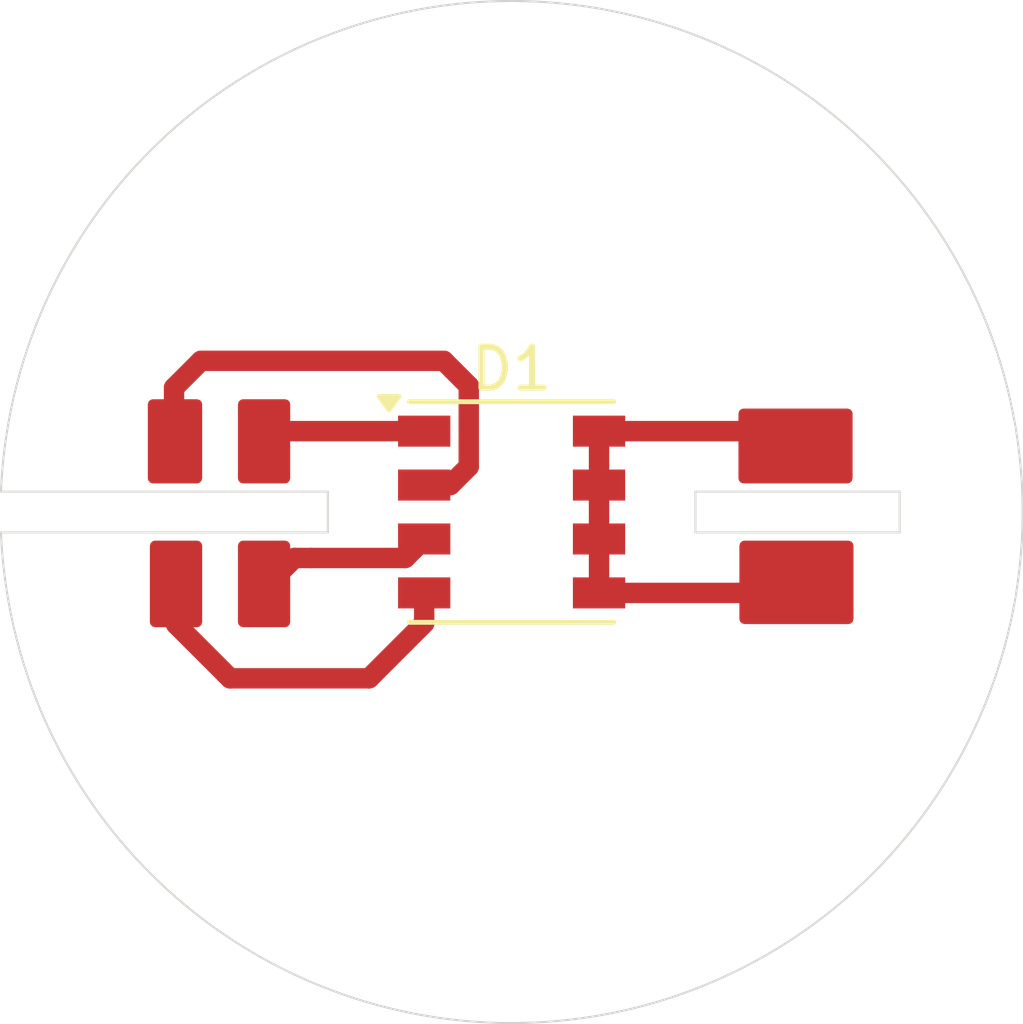
<source format=kicad_pcb>
(kicad_pcb (version 20241229) (generator "pcbnew") (generator_version "9.0")
  (layers (0 "F.Cu" signal) (2 "B.Cu" signal) (13 "F.Paste" user) (15 "B.Paste" user) (5 "F.SilkS" user "F.Silkscreen") (7 "B.SilkS" user "B.Silkscreen") (1 "F.Mask" user) (3 "B.Mask" user) (25 "Edge.Cuts" user))
  (net 0 "")
  (net 1 "/LED_B")
  (net 2 "/LED_G")
  (net 3 "/LED_W")
  (net 4 "/LED_R")
  (net 5 "+BATT")
  (footprint "parts:XL-5050RGBW" (layer "F.Cu") (at 146.392404 98.3996 180)
    (property "Reference" "D1" (at 0 3.5 0) (layer "F.SilkS"))
    (property "Value" "LED_RGBW")
    (fp_line (start 2.5 2.7) (end -2.5 2.7) (stroke (width 0.12)) (layer "F.SilkS"))
    (fp_line (start -2.5 -2.7) (end 2.5 -2.7) (stroke (width 0.12)) (layer "F.SilkS"))
    (fp_poly (pts (xy 3 2.5) (xy 3.24 2.83) (xy 2.76 2.83) (xy 3 2.5)) (stroke (width 0.12)) (fill yes) (layer "F.SilkS"))
    (pad "1" smd rect (at -2.14 -1.98 270) (size 0.76 1.28) (layers "F.Cu" "F.Mask" "F.Paste") (net 5 "+BATT"))
    (pad "2" smd rect (at -2.14 -0.66 270) (size 0.76 1.28) (layers "F.Cu" "F.Mask" "F.Paste") (net 5 "+BATT"))
    (pad "3" smd rect (at -2.14 0.66 270) (size 0.76 1.28) (layers "F.Cu" "F.Mask" "F.Paste") (net 5 "+BATT"))
    (pad "4" smd rect (at -2.14 1.98 270) (size 0.76 1.28) (layers "F.Cu" "F.Mask" "F.Paste") (net 5 "+BATT"))
    (pad "5" smd rect (at 2.14 -1.98 270) (size 0.76 1.28) (layers "F.Cu" "F.Mask" "F.Paste") (net 4 "/LED_R"))
    (pad "6" smd rect (at 2.14 -0.66 270) (size 0.76 1.28) (layers "F.Cu" "F.Mask" "F.Paste") (net 2 "/LED_G"))
    (pad "7" smd rect (at 2.14 0.66 270) (size 0.76 1.28) (layers "F.Cu" "F.Mask" "F.Paste") (net 1 "/LED_B"))
    (pad "8" smd rect (at 2.14 1.98 270) (size 0.76 1.28) (layers "F.Cu" "F.Mask" "F.Paste") (net 3 "/LED_W"))
  )
  (gr_line (start 133.892405 97.899601) (end 141.892404 97.899601) (stroke (width 0.05)) (layer "Edge.Cuts"))
  (gr_line (start 150.892404 97.8996) (end 155.892404 97.8996) (stroke (width 0.05)) (layer "Edge.Cuts"))
  (gr_line (start 155.892404 98.8996) (end 150.892404 98.8996) (stroke (width 0.05)) (layer "Edge.Cuts"))
  (gr_line (start 155.892404 97.8996) (end 155.892404 98.8996) (stroke (width 0.05)) (layer "Edge.Cuts"))
  (gr_line (start 141.892404 98.8996) (end 133.892404 98.8996) (stroke (width 0.05)) (layer "Edge.Cuts"))
  (gr_line (start 141.892404 97.899601) (end 141.892404 98.8996) (stroke (width 0.05)) (layer "Edge.Cuts"))
  (gr_arc (start 133.892404 97.899601) (mid 158.9024 98.3996) (end 133.892404 98.8996) (stroke (width 0.05)) (layer "Edge.Cuts"))
  (gr_line (start 150.892404 98.8996) (end 150.892404 97.8996) (stroke (width 0.05)) (layer "Edge.Cuts"))
  (segment (start 144.252404 97.7396) (end 144.891204 97.7396) (width 0.5) (layer "F.Cu") (net 1))
  (segment (start 145.343404 97.2874) (end 145.343404 95.3098) (width 0.5) (layer "F.Cu") (net 1))
  (segment (start 144.732004 94.6984) (end 138.788404 94.6984) (width 0.5) (layer "F.Cu") (net 1))
  (segment (start 138.788404 94.6984) (end 138.128004 95.3588) (width 0.5) (layer "F.Cu") (net 1))
  (segment (start 144.891204 97.7396) (end 145.343404 97.2874) (width 0.5) (layer "F.Cu") (net 1))
  (segment (start 145.343404 95.3098) (end 144.732004 94.6984) (width 0.5) (layer "F.Cu") (net 1))
  (segment (start 138.128004 95.3588) (end 138.128004 96.2732) (width 0.5) (layer "F.Cu") (net 1))
  (segment (start 141.480804 99.5244) (end 141.074404 99.5244) (width 0.5) (layer "F.Cu") (net 2))
  (segment (start 144.252404 99.0596) (end 143.787604 99.5244) (width 0.5) (layer "F.Cu") (net 2))
  (segment (start 143.787604 99.5244) (end 141.480804 99.5244) (width 0.5) (layer "F.Cu") (net 2))
  (segment (start 141.074404 99.5244) (end 140.312404 100.2864) (width 0.5) (layer "F.Cu") (net 2))
  (segment (start 144.252404 96.4196) (end 140.826404 96.4196) (width 0.5) (layer "F.Cu") (net 3))
  (segment (start 140.826404 96.4196) (end 140.312404 96.9336) (width 0.5) (layer "F.Cu") (net 3))
  (segment (start 142.903204 102.4708) (end 139.499604 102.4708) (width 0.5) (layer "F.Cu") (net 4))
  (segment (start 144.252404 100.3796) (end 144.252404 101.1216) (width 0.5) (layer "F.Cu") (net 4))
  (segment (start 139.499604 102.4708) (end 138.178804 101.15) (width 0.5) (layer "F.Cu") (net 4))
  (segment (start 138.178804 101.15) (end 138.178804 100.4896) (width 0.5) (layer "F.Cu") (net 4))
  (segment (start 144.252404 101.1216) (end 142.903204 102.4708) (width 0.5) (layer "F.Cu") (net 4))
  (segment (start 148.532404 96.4196) (end 148.532404 97.7396) (width 0.5) (layer "F.Cu") (net 5))
  (segment (start 148.532404 100.3796) (end 152.7568 100.3796) (width 0.5) (layer "F.Cu") (net 5))
  (segment (start 148.532404 100.3796) (end 148.532404 99.0596) (width 0.5) (layer "F.Cu") (net 5))
  (segment (start 148.532404 99.0596) (end 148.532404 97.7396) (width 0.5) (layer "F.Cu") (net 5))
  (segment (start 148.532404 96.4196) (end 153.158804 96.4196) (width 0.5) (layer "F.Cu") (net 5))
  (segment (start 153.158804 96.4196) (end 153.571204 96.832) (width 0.5) (layer "F.Cu") (net 5))
  (segment (start 152.7568 100.3796) (end 153.3779 99.7585) (width 0.5) (layer "F.Cu") (net 5))
  (zone (net 5) (net_name "+BATT") (layer "F.Cu") (priority 3) (connect_pads yes (clearance 0)) (min_thickness 0.25) (fill yes (thermal_gap 0.5) (thermal_bridge_width 0.5))
    (polygon (pts (xy 151.945604 95.8668) (xy 154.739604 95.8668) (xy 154.739604 98.0004) (xy 151.945604 98.0004)))
  )
  (zone (net 1) (net_name "/LED_B") (layer "F.Cu") (priority 4) (connect_pads (clearance 0)) (min_thickness 0.25) (fill yes (thermal_gap 0.5) (thermal_bridge_width 0.5))
    (polygon (pts (xy 137.485804 95.6382) (xy 137.485804 97.8922) (xy 138.816864 97.8922) (xy 138.816864 95.6382)))
  )
  (zone (net 2) (net_name "/LED_G") (layer "F.Cu") (priority 4) (connect_pads (clearance 0)) (min_thickness 0.25) (fill yes (thermal_gap 0.5) (thermal_bridge_width 0.5))
    (polygon (pts (xy 139.692544 98.7624) (xy 139.692544 101.2196) (xy 140.972804 101.2196) (xy 140.972804 98.7624)))
  )
  (zone (net 3) (net_name "/LED_W") (layer "F.Cu") (name "LED_W") (priority 4) (connect_pads (clearance 0)) (min_thickness 0.25) (fill yes (thermal_gap 0.5) (thermal_bridge_width 0.5))
    (polygon (pts (xy 139.692544 95.6382) (xy 139.692544 97.8922) (xy 140.972804 97.8922) (xy 140.972804 95.6382)))
  )
  (zone (net 4) (net_name "/LED_R") (layer "F.Cu") (priority 4) (connect_pads (clearance 0)) (min_thickness 0.25) (fill yes (thermal_gap 0.5) (thermal_bridge_width 0.5))
    (polygon (pts (xy 137.536804 98.6608) (xy 137.536804 101.2196) (xy 138.817064 101.2196) (xy 138.817064 98.6608)))
  )
  (zone (net 5) (net_name "+BATT") (layer "F.Cu") (priority 3) (connect_pads yes (clearance 0)) (min_thickness 0.25) (fill yes (thermal_gap 0.5) (thermal_bridge_width 0.5))
    (polygon (pts (xy 151.9682 98.7044) (xy 154.7622 98.7044) (xy 154.7622 101.1428) (xy 151.9682 101.1428)))
  )
)
</source>
